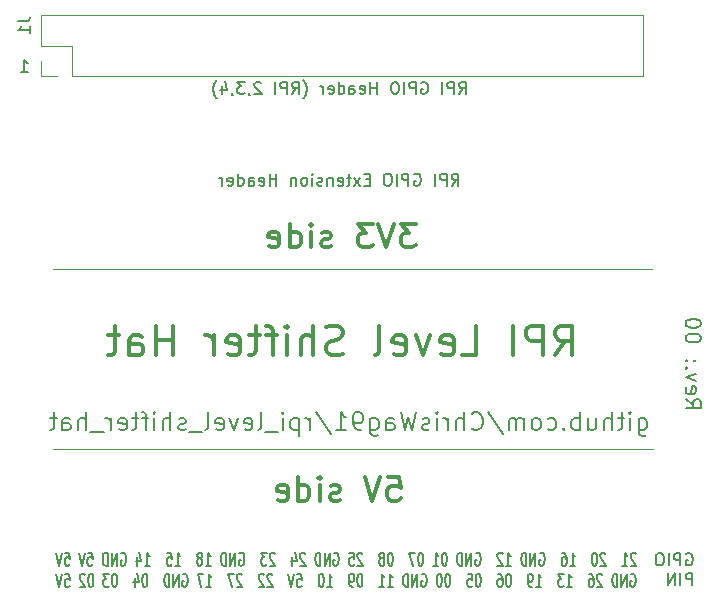
<source format=gbr>
G04 #@! TF.GenerationSoftware,KiCad,Pcbnew,5.1.6*
G04 #@! TF.CreationDate,2020-06-26T19:26:29+02:00*
G04 #@! TF.ProjectId,F010_rpi_logic_level_shifter_hat,46303130-5f72-4706-995f-6c6f6769635f,rev?*
G04 #@! TF.SameCoordinates,PXa52d280PY2b953a0*
G04 #@! TF.FileFunction,Legend,Bot*
G04 #@! TF.FilePolarity,Positive*
%FSLAX46Y46*%
G04 Gerber Fmt 4.6, Leading zero omitted, Abs format (unit mm)*
G04 Created by KiCad (PCBNEW 5.1.6) date 2020-06-26 19:26:29*
%MOMM*%
%LPD*%
G01*
G04 APERTURE LIST*
%ADD10C,0.150000*%
%ADD11C,0.300000*%
%ADD12C,0.120000*%
G04 APERTURE END LIST*
D10*
X-19155953Y-4602380D02*
X-18822620Y-4126190D01*
X-18584524Y-4602380D02*
X-18584524Y-3602380D01*
X-18965477Y-3602380D01*
X-19060715Y-3650000D01*
X-19108334Y-3697619D01*
X-19155953Y-3792857D01*
X-19155953Y-3935714D01*
X-19108334Y-4030952D01*
X-19060715Y-4078571D01*
X-18965477Y-4126190D01*
X-18584524Y-4126190D01*
X-19584524Y-4602380D02*
X-19584524Y-3602380D01*
X-19965477Y-3602380D01*
X-20060715Y-3650000D01*
X-20108334Y-3697619D01*
X-20155953Y-3792857D01*
X-20155953Y-3935714D01*
X-20108334Y-4030952D01*
X-20060715Y-4078571D01*
X-19965477Y-4126190D01*
X-19584524Y-4126190D01*
X-20584524Y-4602380D02*
X-20584524Y-3602380D01*
X-22346429Y-3650000D02*
X-22251191Y-3602380D01*
X-22108334Y-3602380D01*
X-21965477Y-3650000D01*
X-21870239Y-3745238D01*
X-21822620Y-3840476D01*
X-21775000Y-4030952D01*
X-21775000Y-4173809D01*
X-21822620Y-4364285D01*
X-21870239Y-4459523D01*
X-21965477Y-4554761D01*
X-22108334Y-4602380D01*
X-22203572Y-4602380D01*
X-22346429Y-4554761D01*
X-22394048Y-4507142D01*
X-22394048Y-4173809D01*
X-22203572Y-4173809D01*
X-22822620Y-4602380D02*
X-22822620Y-3602380D01*
X-23203572Y-3602380D01*
X-23298810Y-3650000D01*
X-23346429Y-3697619D01*
X-23394048Y-3792857D01*
X-23394048Y-3935714D01*
X-23346429Y-4030952D01*
X-23298810Y-4078571D01*
X-23203572Y-4126190D01*
X-22822620Y-4126190D01*
X-23822620Y-4602380D02*
X-23822620Y-3602380D01*
X-24489286Y-3602380D02*
X-24679762Y-3602380D01*
X-24775000Y-3650000D01*
X-24870239Y-3745238D01*
X-24917858Y-3935714D01*
X-24917858Y-4269047D01*
X-24870239Y-4459523D01*
X-24775000Y-4554761D01*
X-24679762Y-4602380D01*
X-24489286Y-4602380D01*
X-24394048Y-4554761D01*
X-24298810Y-4459523D01*
X-24251191Y-4269047D01*
X-24251191Y-3935714D01*
X-24298810Y-3745238D01*
X-24394048Y-3650000D01*
X-24489286Y-3602380D01*
X-26108334Y-4602380D02*
X-26108334Y-3602380D01*
X-26108334Y-4078571D02*
X-26679762Y-4078571D01*
X-26679762Y-4602380D02*
X-26679762Y-3602380D01*
X-27536905Y-4554761D02*
X-27441667Y-4602380D01*
X-27251191Y-4602380D01*
X-27155953Y-4554761D01*
X-27108334Y-4459523D01*
X-27108334Y-4078571D01*
X-27155953Y-3983333D01*
X-27251191Y-3935714D01*
X-27441667Y-3935714D01*
X-27536905Y-3983333D01*
X-27584524Y-4078571D01*
X-27584524Y-4173809D01*
X-27108334Y-4269047D01*
X-28441667Y-4602380D02*
X-28441667Y-4078571D01*
X-28394048Y-3983333D01*
X-28298810Y-3935714D01*
X-28108334Y-3935714D01*
X-28013096Y-3983333D01*
X-28441667Y-4554761D02*
X-28346429Y-4602380D01*
X-28108334Y-4602380D01*
X-28013096Y-4554761D01*
X-27965477Y-4459523D01*
X-27965477Y-4364285D01*
X-28013096Y-4269047D01*
X-28108334Y-4221428D01*
X-28346429Y-4221428D01*
X-28441667Y-4173809D01*
X-29346429Y-4602380D02*
X-29346429Y-3602380D01*
X-29346429Y-4554761D02*
X-29251191Y-4602380D01*
X-29060715Y-4602380D01*
X-28965477Y-4554761D01*
X-28917858Y-4507142D01*
X-28870239Y-4411904D01*
X-28870239Y-4126190D01*
X-28917858Y-4030952D01*
X-28965477Y-3983333D01*
X-29060715Y-3935714D01*
X-29251191Y-3935714D01*
X-29346429Y-3983333D01*
X-30203572Y-4554761D02*
X-30108334Y-4602380D01*
X-29917858Y-4602380D01*
X-29822620Y-4554761D01*
X-29775000Y-4459523D01*
X-29775000Y-4078571D01*
X-29822620Y-3983333D01*
X-29917858Y-3935714D01*
X-30108334Y-3935714D01*
X-30203572Y-3983333D01*
X-30251191Y-4078571D01*
X-30251191Y-4173809D01*
X-29775000Y-4269047D01*
X-30679762Y-4602380D02*
X-30679762Y-3935714D01*
X-30679762Y-4126190D02*
X-30727381Y-4030952D01*
X-30775000Y-3983333D01*
X-30870239Y-3935714D01*
X-30965477Y-3935714D01*
X-32346429Y-4983333D02*
X-32298810Y-4935714D01*
X-32203572Y-4792857D01*
X-32155953Y-4697619D01*
X-32108334Y-4554761D01*
X-32060715Y-4316666D01*
X-32060715Y-4126190D01*
X-32108334Y-3888095D01*
X-32155953Y-3745238D01*
X-32203572Y-3650000D01*
X-32298810Y-3507142D01*
X-32346429Y-3459523D01*
X-33298810Y-4602380D02*
X-32965477Y-4126190D01*
X-32727381Y-4602380D02*
X-32727381Y-3602380D01*
X-33108334Y-3602380D01*
X-33203572Y-3650000D01*
X-33251191Y-3697619D01*
X-33298810Y-3792857D01*
X-33298810Y-3935714D01*
X-33251191Y-4030952D01*
X-33203572Y-4078571D01*
X-33108334Y-4126190D01*
X-32727381Y-4126190D01*
X-33727381Y-4602380D02*
X-33727381Y-3602380D01*
X-34108334Y-3602380D01*
X-34203572Y-3650000D01*
X-34251191Y-3697619D01*
X-34298810Y-3792857D01*
X-34298810Y-3935714D01*
X-34251191Y-4030952D01*
X-34203572Y-4078571D01*
X-34108334Y-4126190D01*
X-33727381Y-4126190D01*
X-34727381Y-4602380D02*
X-34727381Y-3602380D01*
X-35917858Y-3697619D02*
X-35965477Y-3650000D01*
X-36060715Y-3602380D01*
X-36298810Y-3602380D01*
X-36394048Y-3650000D01*
X-36441667Y-3697619D01*
X-36489286Y-3792857D01*
X-36489286Y-3888095D01*
X-36441667Y-4030952D01*
X-35870239Y-4602380D01*
X-36489286Y-4602380D01*
X-36965477Y-4554761D02*
X-36965477Y-4602380D01*
X-36917858Y-4697619D01*
X-36870239Y-4745238D01*
X-37298810Y-3602380D02*
X-37917858Y-3602380D01*
X-37584524Y-3983333D01*
X-37727381Y-3983333D01*
X-37822620Y-4030952D01*
X-37870239Y-4078571D01*
X-37917858Y-4173809D01*
X-37917858Y-4411904D01*
X-37870239Y-4507142D01*
X-37822620Y-4554761D01*
X-37727381Y-4602380D01*
X-37441667Y-4602380D01*
X-37346429Y-4554761D01*
X-37298810Y-4507142D01*
X-38394048Y-4554761D02*
X-38394048Y-4602380D01*
X-38346429Y-4697619D01*
X-38298810Y-4745238D01*
X-39251191Y-3935714D02*
X-39251191Y-4602380D01*
X-39013096Y-3554761D02*
X-38775000Y-4269047D01*
X-39394048Y-4269047D01*
X-39679762Y-4983333D02*
X-39727381Y-4935714D01*
X-39822620Y-4792857D01*
X-39870239Y-4697619D01*
X-39917858Y-4554761D01*
X-39965477Y-4316666D01*
X-39965477Y-4126190D01*
X-39917858Y-3888095D01*
X-39870239Y-3745238D01*
X-39822620Y-3650000D01*
X-39727381Y-3507142D01*
X-39679762Y-3459523D01*
X-3950000Y-32078571D02*
X-3950000Y-33292857D01*
X-3878572Y-33435714D01*
X-3807143Y-33507142D01*
X-3664286Y-33578571D01*
X-3450000Y-33578571D01*
X-3307143Y-33507142D01*
X-3950000Y-33007142D02*
X-3807143Y-33078571D01*
X-3521429Y-33078571D01*
X-3378572Y-33007142D01*
X-3307143Y-32935714D01*
X-3235715Y-32792857D01*
X-3235715Y-32364285D01*
X-3307143Y-32221428D01*
X-3378572Y-32150000D01*
X-3521429Y-32078571D01*
X-3807143Y-32078571D01*
X-3950000Y-32150000D01*
X-4664286Y-33078571D02*
X-4664286Y-32078571D01*
X-4664286Y-31578571D02*
X-4592858Y-31650000D01*
X-4664286Y-31721428D01*
X-4735715Y-31650000D01*
X-4664286Y-31578571D01*
X-4664286Y-31721428D01*
X-5164286Y-32078571D02*
X-5735715Y-32078571D01*
X-5378572Y-31578571D02*
X-5378572Y-32864285D01*
X-5450000Y-33007142D01*
X-5592858Y-33078571D01*
X-5735715Y-33078571D01*
X-6235715Y-33078571D02*
X-6235715Y-31578571D01*
X-6878572Y-33078571D02*
X-6878572Y-32292857D01*
X-6807143Y-32150000D01*
X-6664286Y-32078571D01*
X-6450000Y-32078571D01*
X-6307143Y-32150000D01*
X-6235715Y-32221428D01*
X-8235715Y-32078571D02*
X-8235715Y-33078571D01*
X-7592858Y-32078571D02*
X-7592858Y-32864285D01*
X-7664286Y-33007142D01*
X-7807143Y-33078571D01*
X-8021429Y-33078571D01*
X-8164286Y-33007142D01*
X-8235715Y-32935714D01*
X-8950000Y-33078571D02*
X-8950000Y-31578571D01*
X-8950000Y-32150000D02*
X-9092858Y-32078571D01*
X-9378572Y-32078571D01*
X-9521429Y-32150000D01*
X-9592858Y-32221428D01*
X-9664286Y-32364285D01*
X-9664286Y-32792857D01*
X-9592858Y-32935714D01*
X-9521429Y-33007142D01*
X-9378572Y-33078571D01*
X-9092858Y-33078571D01*
X-8950000Y-33007142D01*
X-10307143Y-32935714D02*
X-10378572Y-33007142D01*
X-10307143Y-33078571D01*
X-10235715Y-33007142D01*
X-10307143Y-32935714D01*
X-10307143Y-33078571D01*
X-11664286Y-33007142D02*
X-11521429Y-33078571D01*
X-11235715Y-33078571D01*
X-11092858Y-33007142D01*
X-11021429Y-32935714D01*
X-10950000Y-32792857D01*
X-10950000Y-32364285D01*
X-11021429Y-32221428D01*
X-11092858Y-32150000D01*
X-11235715Y-32078571D01*
X-11521429Y-32078571D01*
X-11664286Y-32150000D01*
X-12521429Y-33078571D02*
X-12378572Y-33007142D01*
X-12307143Y-32935714D01*
X-12235715Y-32792857D01*
X-12235715Y-32364285D01*
X-12307143Y-32221428D01*
X-12378572Y-32150000D01*
X-12521429Y-32078571D01*
X-12735715Y-32078571D01*
X-12878572Y-32150000D01*
X-12950000Y-32221428D01*
X-13021429Y-32364285D01*
X-13021429Y-32792857D01*
X-12950000Y-32935714D01*
X-12878572Y-33007142D01*
X-12735715Y-33078571D01*
X-12521429Y-33078571D01*
X-13664286Y-33078571D02*
X-13664286Y-32078571D01*
X-13664286Y-32221428D02*
X-13735715Y-32150000D01*
X-13878572Y-32078571D01*
X-14092858Y-32078571D01*
X-14235715Y-32150000D01*
X-14307143Y-32292857D01*
X-14307143Y-33078571D01*
X-14307143Y-32292857D02*
X-14378572Y-32150000D01*
X-14521429Y-32078571D01*
X-14735715Y-32078571D01*
X-14878572Y-32150000D01*
X-14950000Y-32292857D01*
X-14950000Y-33078571D01*
X-16735715Y-31507142D02*
X-15450000Y-33435714D01*
X-18092858Y-32935714D02*
X-18021429Y-33007142D01*
X-17807143Y-33078571D01*
X-17664286Y-33078571D01*
X-17450000Y-33007142D01*
X-17307143Y-32864285D01*
X-17235715Y-32721428D01*
X-17164286Y-32435714D01*
X-17164286Y-32221428D01*
X-17235715Y-31935714D01*
X-17307143Y-31792857D01*
X-17450000Y-31650000D01*
X-17664286Y-31578571D01*
X-17807143Y-31578571D01*
X-18021429Y-31650000D01*
X-18092858Y-31721428D01*
X-18735715Y-33078571D02*
X-18735715Y-31578571D01*
X-19378572Y-33078571D02*
X-19378572Y-32292857D01*
X-19307143Y-32150000D01*
X-19164286Y-32078571D01*
X-18950000Y-32078571D01*
X-18807143Y-32150000D01*
X-18735715Y-32221428D01*
X-20092858Y-33078571D02*
X-20092858Y-32078571D01*
X-20092858Y-32364285D02*
X-20164286Y-32221428D01*
X-20235715Y-32150000D01*
X-20378572Y-32078571D01*
X-20521429Y-32078571D01*
X-21021429Y-33078571D02*
X-21021429Y-32078571D01*
X-21021429Y-31578571D02*
X-20950000Y-31650000D01*
X-21021429Y-31721428D01*
X-21092858Y-31650000D01*
X-21021429Y-31578571D01*
X-21021429Y-31721428D01*
X-21664286Y-33007142D02*
X-21807143Y-33078571D01*
X-22092858Y-33078571D01*
X-22235715Y-33007142D01*
X-22307143Y-32864285D01*
X-22307143Y-32792857D01*
X-22235715Y-32650000D01*
X-22092858Y-32578571D01*
X-21878572Y-32578571D01*
X-21735715Y-32507142D01*
X-21664286Y-32364285D01*
X-21664286Y-32292857D01*
X-21735715Y-32150000D01*
X-21878572Y-32078571D01*
X-22092858Y-32078571D01*
X-22235715Y-32150000D01*
X-22807143Y-31578571D02*
X-23164286Y-33078571D01*
X-23450000Y-32007142D01*
X-23735715Y-33078571D01*
X-24092858Y-31578571D01*
X-25307143Y-33078571D02*
X-25307143Y-32292857D01*
X-25235715Y-32150000D01*
X-25092858Y-32078571D01*
X-24807143Y-32078571D01*
X-24664286Y-32150000D01*
X-25307143Y-33007142D02*
X-25164286Y-33078571D01*
X-24807143Y-33078571D01*
X-24664286Y-33007142D01*
X-24592858Y-32864285D01*
X-24592858Y-32721428D01*
X-24664286Y-32578571D01*
X-24807143Y-32507142D01*
X-25164286Y-32507142D01*
X-25307143Y-32435714D01*
X-26664286Y-32078571D02*
X-26664286Y-33292857D01*
X-26592858Y-33435714D01*
X-26521429Y-33507142D01*
X-26378572Y-33578571D01*
X-26164286Y-33578571D01*
X-26021429Y-33507142D01*
X-26664286Y-33007142D02*
X-26521429Y-33078571D01*
X-26235715Y-33078571D01*
X-26092858Y-33007142D01*
X-26021429Y-32935714D01*
X-25950000Y-32792857D01*
X-25950000Y-32364285D01*
X-26021429Y-32221428D01*
X-26092858Y-32150000D01*
X-26235715Y-32078571D01*
X-26521429Y-32078571D01*
X-26664286Y-32150000D01*
X-27450000Y-33078571D02*
X-27735715Y-33078571D01*
X-27878572Y-33007142D01*
X-27950000Y-32935714D01*
X-28092858Y-32721428D01*
X-28164286Y-32435714D01*
X-28164286Y-31864285D01*
X-28092858Y-31721428D01*
X-28021429Y-31650000D01*
X-27878572Y-31578571D01*
X-27592858Y-31578571D01*
X-27450000Y-31650000D01*
X-27378572Y-31721428D01*
X-27307143Y-31864285D01*
X-27307143Y-32221428D01*
X-27378572Y-32364285D01*
X-27450000Y-32435714D01*
X-27592858Y-32507142D01*
X-27878572Y-32507142D01*
X-28021429Y-32435714D01*
X-28092858Y-32364285D01*
X-28164286Y-32221428D01*
X-29592858Y-33078571D02*
X-28735715Y-33078571D01*
X-29164286Y-33078571D02*
X-29164286Y-31578571D01*
X-29021429Y-31792857D01*
X-28878572Y-31935714D01*
X-28735715Y-32007142D01*
X-31307143Y-31507142D02*
X-30021429Y-33435714D01*
X-31807143Y-33078571D02*
X-31807143Y-32078571D01*
X-31807143Y-32364285D02*
X-31878572Y-32221428D01*
X-31950000Y-32150000D01*
X-32092858Y-32078571D01*
X-32235715Y-32078571D01*
X-32735715Y-32078571D02*
X-32735715Y-33578571D01*
X-32735715Y-32150000D02*
X-32878572Y-32078571D01*
X-33164286Y-32078571D01*
X-33307143Y-32150000D01*
X-33378572Y-32221428D01*
X-33450000Y-32364285D01*
X-33450000Y-32792857D01*
X-33378572Y-32935714D01*
X-33307143Y-33007142D01*
X-33164286Y-33078571D01*
X-32878572Y-33078571D01*
X-32735715Y-33007142D01*
X-34092858Y-33078571D02*
X-34092858Y-32078571D01*
X-34092858Y-31578571D02*
X-34021429Y-31650000D01*
X-34092858Y-31721428D01*
X-34164286Y-31650000D01*
X-34092858Y-31578571D01*
X-34092858Y-31721428D01*
X-34450000Y-33221428D02*
X-35592858Y-33221428D01*
X-36164286Y-33078571D02*
X-36021429Y-33007142D01*
X-35950000Y-32864285D01*
X-35950000Y-31578571D01*
X-37307143Y-33007142D02*
X-37164286Y-33078571D01*
X-36878572Y-33078571D01*
X-36735715Y-33007142D01*
X-36664286Y-32864285D01*
X-36664286Y-32292857D01*
X-36735715Y-32150000D01*
X-36878572Y-32078571D01*
X-37164286Y-32078571D01*
X-37307143Y-32150000D01*
X-37378572Y-32292857D01*
X-37378572Y-32435714D01*
X-36664286Y-32578571D01*
X-37878572Y-32078571D02*
X-38235715Y-33078571D01*
X-38592858Y-32078571D01*
X-39735715Y-33007142D02*
X-39592858Y-33078571D01*
X-39307143Y-33078571D01*
X-39164286Y-33007142D01*
X-39092858Y-32864285D01*
X-39092858Y-32292857D01*
X-39164286Y-32150000D01*
X-39307143Y-32078571D01*
X-39592858Y-32078571D01*
X-39735715Y-32150000D01*
X-39807143Y-32292857D01*
X-39807143Y-32435714D01*
X-39092858Y-32578571D01*
X-40664286Y-33078571D02*
X-40521429Y-33007142D01*
X-40450001Y-32864285D01*
X-40450001Y-31578571D01*
X-40878572Y-33221428D02*
X-42021429Y-33221428D01*
X-42307143Y-33007142D02*
X-42450001Y-33078571D01*
X-42735715Y-33078571D01*
X-42878572Y-33007142D01*
X-42950001Y-32864285D01*
X-42950001Y-32792857D01*
X-42878572Y-32650000D01*
X-42735715Y-32578571D01*
X-42521429Y-32578571D01*
X-42378572Y-32507142D01*
X-42307143Y-32364285D01*
X-42307143Y-32292857D01*
X-42378572Y-32150000D01*
X-42521429Y-32078571D01*
X-42735715Y-32078571D01*
X-42878572Y-32150000D01*
X-43592858Y-33078571D02*
X-43592858Y-31578571D01*
X-44235715Y-33078571D02*
X-44235715Y-32292857D01*
X-44164286Y-32150000D01*
X-44021429Y-32078571D01*
X-43807143Y-32078571D01*
X-43664286Y-32150000D01*
X-43592858Y-32221428D01*
X-44950001Y-33078571D02*
X-44950001Y-32078571D01*
X-44950001Y-31578571D02*
X-44878572Y-31650000D01*
X-44950001Y-31721428D01*
X-45021429Y-31650000D01*
X-44950001Y-31578571D01*
X-44950001Y-31721428D01*
X-45450001Y-32078571D02*
X-46021429Y-32078571D01*
X-45664286Y-33078571D02*
X-45664286Y-31792857D01*
X-45735715Y-31650000D01*
X-45878572Y-31578571D01*
X-46021429Y-31578571D01*
X-46307143Y-32078571D02*
X-46878572Y-32078571D01*
X-46521429Y-31578571D02*
X-46521429Y-32864285D01*
X-46592858Y-33007142D01*
X-46735715Y-33078571D01*
X-46878572Y-33078571D01*
X-47950001Y-33007142D02*
X-47807143Y-33078571D01*
X-47521429Y-33078571D01*
X-47378572Y-33007142D01*
X-47307143Y-32864285D01*
X-47307143Y-32292857D01*
X-47378572Y-32150000D01*
X-47521429Y-32078571D01*
X-47807143Y-32078571D01*
X-47950001Y-32150000D01*
X-48021429Y-32292857D01*
X-48021429Y-32435714D01*
X-47307143Y-32578571D01*
X-48664286Y-33078571D02*
X-48664286Y-32078571D01*
X-48664286Y-32364285D02*
X-48735715Y-32221428D01*
X-48807143Y-32150000D01*
X-48950001Y-32078571D01*
X-49092858Y-32078571D01*
X-49235715Y-33221428D02*
X-50378572Y-33221428D01*
X-50735715Y-33078571D02*
X-50735715Y-31578571D01*
X-51378572Y-33078571D02*
X-51378572Y-32292857D01*
X-51307143Y-32150000D01*
X-51164286Y-32078571D01*
X-50950001Y-32078571D01*
X-50807143Y-32150000D01*
X-50735715Y-32221428D01*
X-52735715Y-33078571D02*
X-52735715Y-32292857D01*
X-52664286Y-32150000D01*
X-52521429Y-32078571D01*
X-52235715Y-32078571D01*
X-52092858Y-32150000D01*
X-52735715Y-33007142D02*
X-52592858Y-33078571D01*
X-52235715Y-33078571D01*
X-52092858Y-33007142D01*
X-52021429Y-32864285D01*
X-52021429Y-32721428D01*
X-52092858Y-32578571D01*
X-52235715Y-32507142D01*
X-52592858Y-32507142D01*
X-52735715Y-32435714D01*
X-53235715Y-32078571D02*
X-53807143Y-32078571D01*
X-53450001Y-31578571D02*
X-53450001Y-32864285D01*
X-53521429Y-33007142D01*
X-53664286Y-33078571D01*
X-53807143Y-33078571D01*
D11*
X-11014286Y-26730952D02*
X-10180953Y-25540476D01*
X-9585715Y-26730952D02*
X-9585715Y-24230952D01*
X-10538096Y-24230952D01*
X-10776191Y-24350000D01*
X-10895239Y-24469047D01*
X-11014286Y-24707142D01*
X-11014286Y-25064285D01*
X-10895239Y-25302380D01*
X-10776191Y-25421428D01*
X-10538096Y-25540476D01*
X-9585715Y-25540476D01*
X-12085715Y-26730952D02*
X-12085715Y-24230952D01*
X-13038096Y-24230952D01*
X-13276191Y-24350000D01*
X-13395239Y-24469047D01*
X-13514286Y-24707142D01*
X-13514286Y-25064285D01*
X-13395239Y-25302380D01*
X-13276191Y-25421428D01*
X-13038096Y-25540476D01*
X-12085715Y-25540476D01*
X-14585715Y-26730952D02*
X-14585715Y-24230952D01*
X-18871429Y-26730952D02*
X-17680953Y-26730952D01*
X-17680953Y-24230952D01*
X-20657143Y-26611904D02*
X-20419048Y-26730952D01*
X-19942858Y-26730952D01*
X-19704762Y-26611904D01*
X-19585715Y-26373809D01*
X-19585715Y-25421428D01*
X-19704762Y-25183333D01*
X-19942858Y-25064285D01*
X-20419048Y-25064285D01*
X-20657143Y-25183333D01*
X-20776191Y-25421428D01*
X-20776191Y-25659523D01*
X-19585715Y-25897619D01*
X-21609524Y-25064285D02*
X-22204762Y-26730952D01*
X-22800000Y-25064285D01*
X-24704762Y-26611904D02*
X-24466667Y-26730952D01*
X-23990477Y-26730952D01*
X-23752381Y-26611904D01*
X-23633334Y-26373809D01*
X-23633334Y-25421428D01*
X-23752381Y-25183333D01*
X-23990477Y-25064285D01*
X-24466667Y-25064285D01*
X-24704762Y-25183333D01*
X-24823810Y-25421428D01*
X-24823810Y-25659523D01*
X-23633334Y-25897619D01*
X-26252381Y-26730952D02*
X-26014286Y-26611904D01*
X-25895239Y-26373809D01*
X-25895239Y-24230952D01*
X-28990477Y-26611904D02*
X-29347620Y-26730952D01*
X-29942858Y-26730952D01*
X-30180953Y-26611904D01*
X-30300000Y-26492857D01*
X-30419048Y-26254761D01*
X-30419048Y-26016666D01*
X-30300000Y-25778571D01*
X-30180953Y-25659523D01*
X-29942858Y-25540476D01*
X-29466667Y-25421428D01*
X-29228572Y-25302380D01*
X-29109524Y-25183333D01*
X-28990477Y-24945238D01*
X-28990477Y-24707142D01*
X-29109524Y-24469047D01*
X-29228572Y-24350000D01*
X-29466667Y-24230952D01*
X-30061905Y-24230952D01*
X-30419048Y-24350000D01*
X-31490477Y-26730952D02*
X-31490477Y-24230952D01*
X-32561905Y-26730952D02*
X-32561905Y-25421428D01*
X-32442858Y-25183333D01*
X-32204762Y-25064285D01*
X-31847620Y-25064285D01*
X-31609524Y-25183333D01*
X-31490477Y-25302380D01*
X-33752381Y-26730952D02*
X-33752381Y-25064285D01*
X-33752381Y-24230952D02*
X-33633334Y-24350000D01*
X-33752381Y-24469047D01*
X-33871429Y-24350000D01*
X-33752381Y-24230952D01*
X-33752381Y-24469047D01*
X-34585715Y-25064285D02*
X-35538096Y-25064285D01*
X-34942858Y-26730952D02*
X-34942858Y-24588095D01*
X-35061905Y-24350000D01*
X-35300000Y-24230952D01*
X-35538096Y-24230952D01*
X-36014286Y-25064285D02*
X-36966667Y-25064285D01*
X-36371429Y-24230952D02*
X-36371429Y-26373809D01*
X-36490477Y-26611904D01*
X-36728572Y-26730952D01*
X-36966667Y-26730952D01*
X-38752381Y-26611904D02*
X-38514286Y-26730952D01*
X-38038096Y-26730952D01*
X-37800000Y-26611904D01*
X-37680953Y-26373809D01*
X-37680953Y-25421428D01*
X-37800000Y-25183333D01*
X-38038096Y-25064285D01*
X-38514286Y-25064285D01*
X-38752381Y-25183333D01*
X-38871429Y-25421428D01*
X-38871429Y-25659523D01*
X-37680953Y-25897619D01*
X-39942858Y-26730952D02*
X-39942858Y-25064285D01*
X-39942858Y-25540476D02*
X-40061905Y-25302380D01*
X-40180953Y-25183333D01*
X-40419048Y-25064285D01*
X-40657143Y-25064285D01*
X-43395239Y-26730952D02*
X-43395239Y-24230952D01*
X-43395239Y-25421428D02*
X-44823810Y-25421428D01*
X-44823810Y-26730952D02*
X-44823810Y-24230952D01*
X-47085715Y-26730952D02*
X-47085715Y-25421428D01*
X-46966667Y-25183333D01*
X-46728572Y-25064285D01*
X-46252381Y-25064285D01*
X-46014286Y-25183333D01*
X-47085715Y-26611904D02*
X-46847620Y-26730952D01*
X-46252381Y-26730952D01*
X-46014286Y-26611904D01*
X-45895239Y-26373809D01*
X-45895239Y-26135714D01*
X-46014286Y-25897619D01*
X-46252381Y-25778571D01*
X-46847620Y-25778571D01*
X-47085715Y-25659523D01*
X-47919048Y-25064285D02*
X-48871429Y-25064285D01*
X-48276191Y-24230952D02*
X-48276191Y-26373809D01*
X-48395239Y-26611904D01*
X-48633334Y-26730952D01*
X-48871429Y-26730952D01*
D12*
X-2725000Y-34675000D02*
X-53500000Y-34675000D01*
D11*
X-25159524Y-37054761D02*
X-24207143Y-37054761D01*
X-24111905Y-38007142D01*
X-24207143Y-37911904D01*
X-24397620Y-37816666D01*
X-24873810Y-37816666D01*
X-25064286Y-37911904D01*
X-25159524Y-38007142D01*
X-25254762Y-38197619D01*
X-25254762Y-38673809D01*
X-25159524Y-38864285D01*
X-25064286Y-38959523D01*
X-24873810Y-39054761D01*
X-24397620Y-39054761D01*
X-24207143Y-38959523D01*
X-24111905Y-38864285D01*
X-25826191Y-37054761D02*
X-26492858Y-39054761D01*
X-27159524Y-37054761D01*
X-29254762Y-38959523D02*
X-29445239Y-39054761D01*
X-29826191Y-39054761D01*
X-30016667Y-38959523D01*
X-30111905Y-38769047D01*
X-30111905Y-38673809D01*
X-30016667Y-38483333D01*
X-29826191Y-38388095D01*
X-29540477Y-38388095D01*
X-29350000Y-38292857D01*
X-29254762Y-38102380D01*
X-29254762Y-38007142D01*
X-29350000Y-37816666D01*
X-29540477Y-37721428D01*
X-29826191Y-37721428D01*
X-30016667Y-37816666D01*
X-30969048Y-39054761D02*
X-30969048Y-37721428D01*
X-30969048Y-37054761D02*
X-30873810Y-37150000D01*
X-30969048Y-37245238D01*
X-31064286Y-37150000D01*
X-30969048Y-37054761D01*
X-30969048Y-37245238D01*
X-32778572Y-39054761D02*
X-32778572Y-37054761D01*
X-32778572Y-38959523D02*
X-32588096Y-39054761D01*
X-32207143Y-39054761D01*
X-32016667Y-38959523D01*
X-31921429Y-38864285D01*
X-31826191Y-38673809D01*
X-31826191Y-38102380D01*
X-31921429Y-37911904D01*
X-32016667Y-37816666D01*
X-32207143Y-37721428D01*
X-32588096Y-37721428D01*
X-32778572Y-37816666D01*
X-34492858Y-38959523D02*
X-34302381Y-39054761D01*
X-33921429Y-39054761D01*
X-33730953Y-38959523D01*
X-33635715Y-38769047D01*
X-33635715Y-38007142D01*
X-33730953Y-37816666D01*
X-33921429Y-37721428D01*
X-34302381Y-37721428D01*
X-34492858Y-37816666D01*
X-34588096Y-38007142D01*
X-34588096Y-38197619D01*
X-33635715Y-38388095D01*
D12*
X-2800000Y-19400000D02*
X-53575000Y-19400000D01*
D10*
X-19775000Y-12377380D02*
X-19441667Y-11901190D01*
X-19203572Y-12377380D02*
X-19203572Y-11377380D01*
X-19584524Y-11377380D01*
X-19679762Y-11425000D01*
X-19727381Y-11472619D01*
X-19775000Y-11567857D01*
X-19775000Y-11710714D01*
X-19727381Y-11805952D01*
X-19679762Y-11853571D01*
X-19584524Y-11901190D01*
X-19203572Y-11901190D01*
X-20203572Y-12377380D02*
X-20203572Y-11377380D01*
X-20584524Y-11377380D01*
X-20679762Y-11425000D01*
X-20727381Y-11472619D01*
X-20775000Y-11567857D01*
X-20775000Y-11710714D01*
X-20727381Y-11805952D01*
X-20679762Y-11853571D01*
X-20584524Y-11901190D01*
X-20203572Y-11901190D01*
X-21203572Y-12377380D02*
X-21203572Y-11377380D01*
X-22965477Y-11425000D02*
X-22870239Y-11377380D01*
X-22727381Y-11377380D01*
X-22584524Y-11425000D01*
X-22489286Y-11520238D01*
X-22441667Y-11615476D01*
X-22394048Y-11805952D01*
X-22394048Y-11948809D01*
X-22441667Y-12139285D01*
X-22489286Y-12234523D01*
X-22584524Y-12329761D01*
X-22727381Y-12377380D01*
X-22822620Y-12377380D01*
X-22965477Y-12329761D01*
X-23013096Y-12282142D01*
X-23013096Y-11948809D01*
X-22822620Y-11948809D01*
X-23441667Y-12377380D02*
X-23441667Y-11377380D01*
X-23822620Y-11377380D01*
X-23917858Y-11425000D01*
X-23965477Y-11472619D01*
X-24013096Y-11567857D01*
X-24013096Y-11710714D01*
X-23965477Y-11805952D01*
X-23917858Y-11853571D01*
X-23822620Y-11901190D01*
X-23441667Y-11901190D01*
X-24441667Y-12377380D02*
X-24441667Y-11377380D01*
X-25108334Y-11377380D02*
X-25298810Y-11377380D01*
X-25394048Y-11425000D01*
X-25489286Y-11520238D01*
X-25536905Y-11710714D01*
X-25536905Y-12044047D01*
X-25489286Y-12234523D01*
X-25394048Y-12329761D01*
X-25298810Y-12377380D01*
X-25108334Y-12377380D01*
X-25013096Y-12329761D01*
X-24917858Y-12234523D01*
X-24870239Y-12044047D01*
X-24870239Y-11710714D01*
X-24917858Y-11520238D01*
X-25013096Y-11425000D01*
X-25108334Y-11377380D01*
X-26727381Y-11853571D02*
X-27060715Y-11853571D01*
X-27203572Y-12377380D02*
X-26727381Y-12377380D01*
X-26727381Y-11377380D01*
X-27203572Y-11377380D01*
X-27536905Y-12377380D02*
X-28060715Y-11710714D01*
X-27536905Y-11710714D02*
X-28060715Y-12377380D01*
X-28298810Y-11710714D02*
X-28679762Y-11710714D01*
X-28441667Y-11377380D02*
X-28441667Y-12234523D01*
X-28489286Y-12329761D01*
X-28584524Y-12377380D01*
X-28679762Y-12377380D01*
X-29394048Y-12329761D02*
X-29298810Y-12377380D01*
X-29108334Y-12377380D01*
X-29013096Y-12329761D01*
X-28965477Y-12234523D01*
X-28965477Y-11853571D01*
X-29013096Y-11758333D01*
X-29108334Y-11710714D01*
X-29298810Y-11710714D01*
X-29394048Y-11758333D01*
X-29441667Y-11853571D01*
X-29441667Y-11948809D01*
X-28965477Y-12044047D01*
X-29870239Y-11710714D02*
X-29870239Y-12377380D01*
X-29870239Y-11805952D02*
X-29917858Y-11758333D01*
X-30013096Y-11710714D01*
X-30155953Y-11710714D01*
X-30251191Y-11758333D01*
X-30298810Y-11853571D01*
X-30298810Y-12377380D01*
X-30727381Y-12329761D02*
X-30822620Y-12377380D01*
X-31013096Y-12377380D01*
X-31108334Y-12329761D01*
X-31155953Y-12234523D01*
X-31155953Y-12186904D01*
X-31108334Y-12091666D01*
X-31013096Y-12044047D01*
X-30870239Y-12044047D01*
X-30775000Y-11996428D01*
X-30727381Y-11901190D01*
X-30727381Y-11853571D01*
X-30775000Y-11758333D01*
X-30870239Y-11710714D01*
X-31013096Y-11710714D01*
X-31108334Y-11758333D01*
X-31584524Y-12377380D02*
X-31584524Y-11710714D01*
X-31584524Y-11377380D02*
X-31536905Y-11425000D01*
X-31584524Y-11472619D01*
X-31632143Y-11425000D01*
X-31584524Y-11377380D01*
X-31584524Y-11472619D01*
X-32203572Y-12377380D02*
X-32108334Y-12329761D01*
X-32060715Y-12282142D01*
X-32013096Y-12186904D01*
X-32013096Y-11901190D01*
X-32060715Y-11805952D01*
X-32108334Y-11758333D01*
X-32203572Y-11710714D01*
X-32346429Y-11710714D01*
X-32441667Y-11758333D01*
X-32489286Y-11805952D01*
X-32536905Y-11901190D01*
X-32536905Y-12186904D01*
X-32489286Y-12282142D01*
X-32441667Y-12329761D01*
X-32346429Y-12377380D01*
X-32203572Y-12377380D01*
X-32965477Y-11710714D02*
X-32965477Y-12377380D01*
X-32965477Y-11805952D02*
X-33013096Y-11758333D01*
X-33108334Y-11710714D01*
X-33251191Y-11710714D01*
X-33346429Y-11758333D01*
X-33394048Y-11853571D01*
X-33394048Y-12377380D01*
X-34632143Y-12377380D02*
X-34632143Y-11377380D01*
X-34632143Y-11853571D02*
X-35203572Y-11853571D01*
X-35203572Y-12377380D02*
X-35203572Y-11377380D01*
X-36060715Y-12329761D02*
X-35965477Y-12377380D01*
X-35775000Y-12377380D01*
X-35679762Y-12329761D01*
X-35632143Y-12234523D01*
X-35632143Y-11853571D01*
X-35679762Y-11758333D01*
X-35775000Y-11710714D01*
X-35965477Y-11710714D01*
X-36060715Y-11758333D01*
X-36108334Y-11853571D01*
X-36108334Y-11948809D01*
X-35632143Y-12044047D01*
X-36965477Y-12377380D02*
X-36965477Y-11853571D01*
X-36917858Y-11758333D01*
X-36822620Y-11710714D01*
X-36632143Y-11710714D01*
X-36536905Y-11758333D01*
X-36965477Y-12329761D02*
X-36870239Y-12377380D01*
X-36632143Y-12377380D01*
X-36536905Y-12329761D01*
X-36489286Y-12234523D01*
X-36489286Y-12139285D01*
X-36536905Y-12044047D01*
X-36632143Y-11996428D01*
X-36870239Y-11996428D01*
X-36965477Y-11948809D01*
X-37870239Y-12377380D02*
X-37870239Y-11377380D01*
X-37870239Y-12329761D02*
X-37775000Y-12377380D01*
X-37584524Y-12377380D01*
X-37489286Y-12329761D01*
X-37441667Y-12282142D01*
X-37394048Y-12186904D01*
X-37394048Y-11901190D01*
X-37441667Y-11805952D01*
X-37489286Y-11758333D01*
X-37584524Y-11710714D01*
X-37775000Y-11710714D01*
X-37870239Y-11758333D01*
X-38727381Y-12329761D02*
X-38632143Y-12377380D01*
X-38441667Y-12377380D01*
X-38346429Y-12329761D01*
X-38298810Y-12234523D01*
X-38298810Y-11853571D01*
X-38346429Y-11758333D01*
X-38441667Y-11710714D01*
X-38632143Y-11710714D01*
X-38727381Y-11758333D01*
X-38775000Y-11853571D01*
X-38775000Y-11948809D01*
X-38298810Y-12044047D01*
X-39203572Y-12377380D02*
X-39203572Y-11710714D01*
X-39203572Y-11901190D02*
X-39251191Y-11805952D01*
X-39298810Y-11758333D01*
X-39394048Y-11710714D01*
X-39489286Y-11710714D01*
D11*
X-22839286Y-15604761D02*
X-24077381Y-15604761D01*
X-23410715Y-16366666D01*
X-23696429Y-16366666D01*
X-23886905Y-16461904D01*
X-23982143Y-16557142D01*
X-24077381Y-16747619D01*
X-24077381Y-17223809D01*
X-23982143Y-17414285D01*
X-23886905Y-17509523D01*
X-23696429Y-17604761D01*
X-23125000Y-17604761D01*
X-22934524Y-17509523D01*
X-22839286Y-17414285D01*
X-24648810Y-15604761D02*
X-25315477Y-17604761D01*
X-25982143Y-15604761D01*
X-26458334Y-15604761D02*
X-27696429Y-15604761D01*
X-27029762Y-16366666D01*
X-27315477Y-16366666D01*
X-27505953Y-16461904D01*
X-27601191Y-16557142D01*
X-27696429Y-16747619D01*
X-27696429Y-17223809D01*
X-27601191Y-17414285D01*
X-27505953Y-17509523D01*
X-27315477Y-17604761D01*
X-26744048Y-17604761D01*
X-26553572Y-17509523D01*
X-26458334Y-17414285D01*
X-29982143Y-17509523D02*
X-30172620Y-17604761D01*
X-30553572Y-17604761D01*
X-30744048Y-17509523D01*
X-30839286Y-17319047D01*
X-30839286Y-17223809D01*
X-30744048Y-17033333D01*
X-30553572Y-16938095D01*
X-30267858Y-16938095D01*
X-30077381Y-16842857D01*
X-29982143Y-16652380D01*
X-29982143Y-16557142D01*
X-30077381Y-16366666D01*
X-30267858Y-16271428D01*
X-30553572Y-16271428D01*
X-30744048Y-16366666D01*
X-31696429Y-17604761D02*
X-31696429Y-16271428D01*
X-31696429Y-15604761D02*
X-31601191Y-15700000D01*
X-31696429Y-15795238D01*
X-31791667Y-15700000D01*
X-31696429Y-15604761D01*
X-31696429Y-15795238D01*
X-33505953Y-17604761D02*
X-33505953Y-15604761D01*
X-33505953Y-17509523D02*
X-33315477Y-17604761D01*
X-32934524Y-17604761D01*
X-32744048Y-17509523D01*
X-32648810Y-17414285D01*
X-32553572Y-17223809D01*
X-32553572Y-16652380D01*
X-32648810Y-16461904D01*
X-32744048Y-16366666D01*
X-32934524Y-16271428D01*
X-33315477Y-16271428D01*
X-33505953Y-16366666D01*
X-35220239Y-17509523D02*
X-35029762Y-17604761D01*
X-34648810Y-17604761D01*
X-34458334Y-17509523D01*
X-34363096Y-17319047D01*
X-34363096Y-16557142D01*
X-34458334Y-16366666D01*
X-34648810Y-16271428D01*
X-35029762Y-16271428D01*
X-35220239Y-16366666D01*
X-35315477Y-16557142D01*
X-35315477Y-16747619D01*
X-34363096Y-16938095D01*
D10*
X-4190358Y-43547380D02*
X-4226072Y-43495000D01*
X-4297500Y-43442619D01*
X-4476072Y-43442619D01*
X-4547500Y-43495000D01*
X-4583215Y-43547380D01*
X-4618929Y-43652142D01*
X-4618929Y-43756904D01*
X-4583215Y-43914047D01*
X-4154643Y-44542619D01*
X-4618929Y-44542619D01*
X-5333215Y-44542619D02*
X-4904643Y-44542619D01*
X-5118929Y-44542619D02*
X-5118929Y-43442619D01*
X-5047500Y-43599761D01*
X-4976072Y-43704523D01*
X-4904643Y-43756904D01*
X-6761786Y-43547380D02*
X-6797500Y-43495000D01*
X-6868929Y-43442619D01*
X-7047500Y-43442619D01*
X-7118929Y-43495000D01*
X-7154643Y-43547380D01*
X-7190358Y-43652142D01*
X-7190358Y-43756904D01*
X-7154643Y-43914047D01*
X-6726072Y-44542619D01*
X-7190358Y-44542619D01*
X-7654643Y-43442619D02*
X-7726072Y-43442619D01*
X-7797500Y-43495000D01*
X-7833215Y-43547380D01*
X-7868929Y-43652142D01*
X-7904643Y-43861666D01*
X-7904643Y-44123571D01*
X-7868929Y-44333095D01*
X-7833215Y-44437857D01*
X-7797500Y-44490238D01*
X-7726072Y-44542619D01*
X-7654643Y-44542619D01*
X-7583215Y-44490238D01*
X-7547500Y-44437857D01*
X-7511786Y-44333095D01*
X-7476072Y-44123571D01*
X-7476072Y-43861666D01*
X-7511786Y-43652142D01*
X-7547500Y-43547380D01*
X-7583215Y-43495000D01*
X-7654643Y-43442619D01*
X-9761786Y-44542619D02*
X-9333215Y-44542619D01*
X-9547501Y-44542619D02*
X-9547501Y-43442619D01*
X-9476072Y-43599761D01*
X-9404643Y-43704523D01*
X-9333215Y-43756904D01*
X-10404643Y-43442619D02*
X-10261786Y-43442619D01*
X-10190358Y-43495000D01*
X-10154643Y-43547380D01*
X-10083215Y-43704523D01*
X-10047501Y-43914047D01*
X-10047501Y-44333095D01*
X-10083215Y-44437857D01*
X-10118929Y-44490238D01*
X-10190358Y-44542619D01*
X-10333215Y-44542619D01*
X-10404643Y-44490238D01*
X-10440358Y-44437857D01*
X-10476072Y-44333095D01*
X-10476072Y-44071190D01*
X-10440358Y-43966428D01*
X-10404643Y-43914047D01*
X-10333215Y-43861666D01*
X-10190358Y-43861666D01*
X-10118929Y-43914047D01*
X-10083215Y-43966428D01*
X-10047501Y-44071190D01*
X-12333215Y-43495000D02*
X-12261786Y-43442619D01*
X-12154643Y-43442619D01*
X-12047501Y-43495000D01*
X-11976072Y-43599761D01*
X-11940358Y-43704523D01*
X-11904643Y-43914047D01*
X-11904643Y-44071190D01*
X-11940358Y-44280714D01*
X-11976072Y-44385476D01*
X-12047501Y-44490238D01*
X-12154643Y-44542619D01*
X-12226072Y-44542619D01*
X-12333215Y-44490238D01*
X-12368929Y-44437857D01*
X-12368929Y-44071190D01*
X-12226072Y-44071190D01*
X-12690358Y-44542619D02*
X-12690358Y-43442619D01*
X-13118929Y-44542619D01*
X-13118929Y-43442619D01*
X-13476072Y-44542619D02*
X-13476072Y-43442619D01*
X-13654643Y-43442619D01*
X-13761786Y-43495000D01*
X-13833215Y-43599761D01*
X-13868929Y-43704523D01*
X-13904643Y-43914047D01*
X-13904643Y-44071190D01*
X-13868929Y-44280714D01*
X-13833215Y-44385476D01*
X-13761786Y-44490238D01*
X-13654643Y-44542619D01*
X-13476072Y-44542619D01*
X-15190358Y-44542619D02*
X-14761786Y-44542619D01*
X-14976072Y-44542619D02*
X-14976072Y-43442619D01*
X-14904643Y-43599761D01*
X-14833215Y-43704523D01*
X-14761786Y-43756904D01*
X-15476072Y-43547380D02*
X-15511786Y-43495000D01*
X-15583215Y-43442619D01*
X-15761786Y-43442619D01*
X-15833215Y-43495000D01*
X-15868929Y-43547380D01*
X-15904643Y-43652142D01*
X-15904643Y-43756904D01*
X-15868929Y-43914047D01*
X-15440358Y-44542619D01*
X-15904643Y-44542619D01*
X-17761786Y-43495000D02*
X-17690358Y-43442619D01*
X-17583215Y-43442619D01*
X-17476072Y-43495000D01*
X-17404643Y-43599761D01*
X-17368929Y-43704523D01*
X-17333215Y-43914047D01*
X-17333215Y-44071190D01*
X-17368929Y-44280714D01*
X-17404643Y-44385476D01*
X-17476072Y-44490238D01*
X-17583215Y-44542619D01*
X-17654643Y-44542619D01*
X-17761786Y-44490238D01*
X-17797501Y-44437857D01*
X-17797501Y-44071190D01*
X-17654643Y-44071190D01*
X-18118929Y-44542619D02*
X-18118929Y-43442619D01*
X-18547501Y-44542619D01*
X-18547501Y-43442619D01*
X-18904643Y-44542619D02*
X-18904643Y-43442619D01*
X-19083215Y-43442619D01*
X-19190358Y-43495000D01*
X-19261786Y-43599761D01*
X-19297501Y-43704523D01*
X-19333215Y-43914047D01*
X-19333215Y-44071190D01*
X-19297501Y-44280714D01*
X-19261786Y-44385476D01*
X-19190358Y-44490238D01*
X-19083215Y-44542619D01*
X-18904643Y-44542619D01*
X-20368929Y-43442619D02*
X-20440358Y-43442619D01*
X-20511786Y-43495000D01*
X-20547501Y-43547380D01*
X-20583215Y-43652142D01*
X-20618929Y-43861666D01*
X-20618929Y-44123571D01*
X-20583215Y-44333095D01*
X-20547501Y-44437857D01*
X-20511786Y-44490238D01*
X-20440358Y-44542619D01*
X-20368929Y-44542619D01*
X-20297501Y-44490238D01*
X-20261786Y-44437857D01*
X-20226072Y-44333095D01*
X-20190358Y-44123571D01*
X-20190358Y-43861666D01*
X-20226072Y-43652142D01*
X-20261786Y-43547380D01*
X-20297501Y-43495000D01*
X-20368929Y-43442619D01*
X-21333215Y-44542619D02*
X-20904643Y-44542619D01*
X-21118929Y-44542619D02*
X-21118929Y-43442619D01*
X-21047501Y-43599761D01*
X-20976072Y-43704523D01*
X-20904643Y-43756904D01*
X-22368929Y-43442619D02*
X-22440358Y-43442619D01*
X-22511786Y-43495000D01*
X-22547501Y-43547380D01*
X-22583215Y-43652142D01*
X-22618929Y-43861666D01*
X-22618929Y-44123571D01*
X-22583215Y-44333095D01*
X-22547501Y-44437857D01*
X-22511786Y-44490238D01*
X-22440358Y-44542619D01*
X-22368929Y-44542619D01*
X-22297501Y-44490238D01*
X-22261786Y-44437857D01*
X-22226072Y-44333095D01*
X-22190358Y-44123571D01*
X-22190358Y-43861666D01*
X-22226072Y-43652142D01*
X-22261786Y-43547380D01*
X-22297501Y-43495000D01*
X-22368929Y-43442619D01*
X-22868929Y-43442619D02*
X-23368929Y-43442619D01*
X-23047501Y-44542619D01*
X-24940358Y-43442619D02*
X-25011786Y-43442619D01*
X-25083215Y-43495000D01*
X-25118929Y-43547380D01*
X-25154643Y-43652142D01*
X-25190358Y-43861666D01*
X-25190358Y-44123571D01*
X-25154643Y-44333095D01*
X-25118929Y-44437857D01*
X-25083215Y-44490238D01*
X-25011786Y-44542619D01*
X-24940358Y-44542619D01*
X-24868929Y-44490238D01*
X-24833215Y-44437857D01*
X-24797501Y-44333095D01*
X-24761786Y-44123571D01*
X-24761786Y-43861666D01*
X-24797501Y-43652142D01*
X-24833215Y-43547380D01*
X-24868929Y-43495000D01*
X-24940358Y-43442619D01*
X-25618929Y-43914047D02*
X-25547501Y-43861666D01*
X-25511786Y-43809285D01*
X-25476072Y-43704523D01*
X-25476072Y-43652142D01*
X-25511786Y-43547380D01*
X-25547501Y-43495000D01*
X-25618929Y-43442619D01*
X-25761786Y-43442619D01*
X-25833215Y-43495000D01*
X-25868929Y-43547380D01*
X-25904643Y-43652142D01*
X-25904643Y-43704523D01*
X-25868929Y-43809285D01*
X-25833215Y-43861666D01*
X-25761786Y-43914047D01*
X-25618929Y-43914047D01*
X-25547501Y-43966428D01*
X-25511786Y-44018809D01*
X-25476072Y-44123571D01*
X-25476072Y-44333095D01*
X-25511786Y-44437857D01*
X-25547501Y-44490238D01*
X-25618929Y-44542619D01*
X-25761786Y-44542619D01*
X-25833215Y-44490238D01*
X-25868929Y-44437857D01*
X-25904643Y-44333095D01*
X-25904643Y-44123571D01*
X-25868929Y-44018809D01*
X-25833215Y-43966428D01*
X-25761786Y-43914047D01*
X-27333215Y-43547380D02*
X-27368929Y-43495000D01*
X-27440358Y-43442619D01*
X-27618929Y-43442619D01*
X-27690358Y-43495000D01*
X-27726072Y-43547380D01*
X-27761786Y-43652142D01*
X-27761786Y-43756904D01*
X-27726072Y-43914047D01*
X-27297501Y-44542619D01*
X-27761786Y-44542619D01*
X-28440358Y-43442619D02*
X-28083215Y-43442619D01*
X-28047501Y-43966428D01*
X-28083215Y-43914047D01*
X-28154643Y-43861666D01*
X-28333215Y-43861666D01*
X-28404643Y-43914047D01*
X-28440358Y-43966428D01*
X-28476072Y-44071190D01*
X-28476072Y-44333095D01*
X-28440358Y-44437857D01*
X-28404643Y-44490238D01*
X-28333215Y-44542619D01*
X-28154643Y-44542619D01*
X-28083215Y-44490238D01*
X-28047501Y-44437857D01*
X-29761786Y-43495000D02*
X-29690358Y-43442619D01*
X-29583215Y-43442619D01*
X-29476072Y-43495000D01*
X-29404643Y-43599761D01*
X-29368929Y-43704523D01*
X-29333215Y-43914047D01*
X-29333215Y-44071190D01*
X-29368929Y-44280714D01*
X-29404643Y-44385476D01*
X-29476072Y-44490238D01*
X-29583215Y-44542619D01*
X-29654643Y-44542619D01*
X-29761786Y-44490238D01*
X-29797501Y-44437857D01*
X-29797501Y-44071190D01*
X-29654643Y-44071190D01*
X-30118929Y-44542619D02*
X-30118929Y-43442619D01*
X-30547501Y-44542619D01*
X-30547501Y-43442619D01*
X-30904643Y-44542619D02*
X-30904643Y-43442619D01*
X-31083215Y-43442619D01*
X-31190358Y-43495000D01*
X-31261786Y-43599761D01*
X-31297501Y-43704523D01*
X-31333215Y-43914047D01*
X-31333215Y-44071190D01*
X-31297501Y-44280714D01*
X-31261786Y-44385476D01*
X-31190358Y-44490238D01*
X-31083215Y-44542619D01*
X-30904643Y-44542619D01*
X-32190358Y-43547380D02*
X-32226072Y-43495000D01*
X-32297501Y-43442619D01*
X-32476072Y-43442619D01*
X-32547501Y-43495000D01*
X-32583215Y-43547380D01*
X-32618929Y-43652142D01*
X-32618929Y-43756904D01*
X-32583215Y-43914047D01*
X-32154643Y-44542619D01*
X-32618929Y-44542619D01*
X-33261786Y-43809285D02*
X-33261786Y-44542619D01*
X-33083215Y-43390238D02*
X-32904643Y-44175952D01*
X-33368929Y-44175952D01*
X-34761786Y-43547380D02*
X-34797501Y-43495000D01*
X-34868929Y-43442619D01*
X-35047501Y-43442619D01*
X-35118929Y-43495000D01*
X-35154643Y-43547380D01*
X-35190358Y-43652142D01*
X-35190358Y-43756904D01*
X-35154643Y-43914047D01*
X-34726072Y-44542619D01*
X-35190358Y-44542619D01*
X-35440358Y-43442619D02*
X-35904643Y-43442619D01*
X-35654643Y-43861666D01*
X-35761786Y-43861666D01*
X-35833215Y-43914047D01*
X-35868929Y-43966428D01*
X-35904643Y-44071190D01*
X-35904643Y-44333095D01*
X-35868929Y-44437857D01*
X-35833215Y-44490238D01*
X-35761786Y-44542619D01*
X-35547501Y-44542619D01*
X-35476072Y-44490238D01*
X-35440358Y-44437857D01*
X-37761786Y-43495000D02*
X-37690358Y-43442619D01*
X-37583215Y-43442619D01*
X-37476072Y-43495000D01*
X-37404643Y-43599761D01*
X-37368929Y-43704523D01*
X-37333215Y-43914047D01*
X-37333215Y-44071190D01*
X-37368929Y-44280714D01*
X-37404643Y-44385476D01*
X-37476072Y-44490238D01*
X-37583215Y-44542619D01*
X-37654643Y-44542619D01*
X-37761786Y-44490238D01*
X-37797501Y-44437857D01*
X-37797501Y-44071190D01*
X-37654643Y-44071190D01*
X-38118929Y-44542619D02*
X-38118929Y-43442619D01*
X-38547501Y-44542619D01*
X-38547501Y-43442619D01*
X-38904643Y-44542619D02*
X-38904643Y-43442619D01*
X-39083215Y-43442619D01*
X-39190358Y-43495000D01*
X-39261786Y-43599761D01*
X-39297501Y-43704523D01*
X-39333215Y-43914047D01*
X-39333215Y-44071190D01*
X-39297501Y-44280714D01*
X-39261786Y-44385476D01*
X-39190358Y-44490238D01*
X-39083215Y-44542619D01*
X-38904643Y-44542619D01*
X-40618929Y-44542619D02*
X-40190358Y-44542619D01*
X-40404643Y-44542619D02*
X-40404643Y-43442619D01*
X-40333215Y-43599761D01*
X-40261786Y-43704523D01*
X-40190358Y-43756904D01*
X-41047501Y-43914047D02*
X-40976072Y-43861666D01*
X-40940358Y-43809285D01*
X-40904643Y-43704523D01*
X-40904643Y-43652142D01*
X-40940358Y-43547380D01*
X-40976072Y-43495000D01*
X-41047501Y-43442619D01*
X-41190358Y-43442619D01*
X-41261786Y-43495000D01*
X-41297501Y-43547380D01*
X-41333215Y-43652142D01*
X-41333215Y-43704523D01*
X-41297501Y-43809285D01*
X-41261786Y-43861666D01*
X-41190358Y-43914047D01*
X-41047501Y-43914047D01*
X-40976072Y-43966428D01*
X-40940358Y-44018809D01*
X-40904643Y-44123571D01*
X-40904643Y-44333095D01*
X-40940358Y-44437857D01*
X-40976072Y-44490238D01*
X-41047501Y-44542619D01*
X-41190358Y-44542619D01*
X-41261786Y-44490238D01*
X-41297501Y-44437857D01*
X-41333215Y-44333095D01*
X-41333215Y-44123571D01*
X-41297501Y-44018809D01*
X-41261786Y-43966428D01*
X-41190358Y-43914047D01*
X-43190358Y-44542619D02*
X-42761786Y-44542619D01*
X-42976072Y-44542619D02*
X-42976072Y-43442619D01*
X-42904643Y-43599761D01*
X-42833215Y-43704523D01*
X-42761786Y-43756904D01*
X-43868929Y-43442619D02*
X-43511786Y-43442619D01*
X-43476072Y-43966428D01*
X-43511786Y-43914047D01*
X-43583215Y-43861666D01*
X-43761786Y-43861666D01*
X-43833215Y-43914047D01*
X-43868929Y-43966428D01*
X-43904643Y-44071190D01*
X-43904643Y-44333095D01*
X-43868929Y-44437857D01*
X-43833215Y-44490238D01*
X-43761786Y-44542619D01*
X-43583215Y-44542619D01*
X-43511786Y-44490238D01*
X-43476072Y-44437857D01*
X-45761786Y-44542619D02*
X-45333215Y-44542619D01*
X-45547501Y-44542619D02*
X-45547501Y-43442619D01*
X-45476072Y-43599761D01*
X-45404643Y-43704523D01*
X-45333215Y-43756904D01*
X-46404643Y-43809285D02*
X-46404643Y-44542619D01*
X-46226072Y-43390238D02*
X-46047501Y-44175952D01*
X-46511786Y-44175952D01*
X-47761786Y-43495000D02*
X-47690358Y-43442619D01*
X-47583215Y-43442619D01*
X-47476072Y-43495000D01*
X-47404643Y-43599761D01*
X-47368929Y-43704523D01*
X-47333215Y-43914047D01*
X-47333215Y-44071190D01*
X-47368929Y-44280714D01*
X-47404643Y-44385476D01*
X-47476072Y-44490238D01*
X-47583215Y-44542619D01*
X-47654643Y-44542619D01*
X-47761786Y-44490238D01*
X-47797501Y-44437857D01*
X-47797501Y-44071190D01*
X-47654643Y-44071190D01*
X-48118929Y-44542619D02*
X-48118929Y-43442619D01*
X-48547501Y-44542619D01*
X-48547501Y-43442619D01*
X-48904643Y-44542619D02*
X-48904643Y-43442619D01*
X-49083215Y-43442619D01*
X-49190358Y-43495000D01*
X-49261786Y-43599761D01*
X-49297501Y-43704523D01*
X-49333215Y-43914047D01*
X-49333215Y-44071190D01*
X-49297501Y-44280714D01*
X-49261786Y-44385476D01*
X-49190358Y-44490238D01*
X-49083215Y-44542619D01*
X-48904643Y-44542619D01*
X-50583215Y-43442619D02*
X-50226072Y-43442619D01*
X-50190358Y-43966428D01*
X-50226072Y-43914047D01*
X-50297501Y-43861666D01*
X-50476072Y-43861666D01*
X-50547501Y-43914047D01*
X-50583215Y-43966428D01*
X-50618929Y-44071190D01*
X-50618929Y-44333095D01*
X-50583215Y-44437857D01*
X-50547501Y-44490238D01*
X-50476072Y-44542619D01*
X-50297501Y-44542619D01*
X-50226072Y-44490238D01*
X-50190358Y-44437857D01*
X-50833215Y-43442619D02*
X-51083215Y-44542619D01*
X-51333215Y-43442619D01*
X-52511786Y-43442619D02*
X-52154643Y-43442619D01*
X-52118929Y-43966428D01*
X-52154643Y-43914047D01*
X-52226072Y-43861666D01*
X-52404643Y-43861666D01*
X-52476072Y-43914047D01*
X-52511786Y-43966428D01*
X-52547501Y-44071190D01*
X-52547501Y-44333095D01*
X-52511786Y-44437857D01*
X-52476072Y-44490238D01*
X-52404643Y-44542619D01*
X-52226072Y-44542619D01*
X-52154643Y-44490238D01*
X-52118929Y-44437857D01*
X-52761786Y-43442619D02*
X-53011786Y-44542619D01*
X-53261786Y-43442619D01*
X-4618929Y-45295000D02*
X-4547500Y-45242619D01*
X-4440358Y-45242619D01*
X-4333215Y-45295000D01*
X-4261786Y-45399761D01*
X-4226072Y-45504523D01*
X-4190358Y-45714047D01*
X-4190358Y-45871190D01*
X-4226072Y-46080714D01*
X-4261786Y-46185476D01*
X-4333215Y-46290238D01*
X-4440358Y-46342619D01*
X-4511786Y-46342619D01*
X-4618929Y-46290238D01*
X-4654643Y-46237857D01*
X-4654643Y-45871190D01*
X-4511786Y-45871190D01*
X-4976072Y-46342619D02*
X-4976072Y-45242619D01*
X-5404643Y-46342619D01*
X-5404643Y-45242619D01*
X-5761786Y-46342619D02*
X-5761786Y-45242619D01*
X-5940358Y-45242619D01*
X-6047500Y-45295000D01*
X-6118929Y-45399761D01*
X-6154643Y-45504523D01*
X-6190358Y-45714047D01*
X-6190358Y-45871190D01*
X-6154643Y-46080714D01*
X-6118929Y-46185476D01*
X-6047500Y-46290238D01*
X-5940358Y-46342619D01*
X-5761786Y-46342619D01*
X-7047500Y-45347380D02*
X-7083215Y-45295000D01*
X-7154643Y-45242619D01*
X-7333215Y-45242619D01*
X-7404643Y-45295000D01*
X-7440358Y-45347380D01*
X-7476072Y-45452142D01*
X-7476072Y-45556904D01*
X-7440358Y-45714047D01*
X-7011786Y-46342619D01*
X-7476072Y-46342619D01*
X-8118929Y-45242619D02*
X-7976072Y-45242619D01*
X-7904643Y-45295000D01*
X-7868929Y-45347380D01*
X-7797500Y-45504523D01*
X-7761786Y-45714047D01*
X-7761786Y-46133095D01*
X-7797500Y-46237857D01*
X-7833215Y-46290238D01*
X-7904643Y-46342619D01*
X-8047500Y-46342619D01*
X-8118929Y-46290238D01*
X-8154643Y-46237857D01*
X-8190358Y-46133095D01*
X-8190358Y-45871190D01*
X-8154643Y-45766428D01*
X-8118929Y-45714047D01*
X-8047500Y-45661666D01*
X-7904643Y-45661666D01*
X-7833215Y-45714047D01*
X-7797500Y-45766428D01*
X-7761786Y-45871190D01*
X-10047500Y-46342619D02*
X-9618929Y-46342619D01*
X-9833215Y-46342619D02*
X-9833215Y-45242619D01*
X-9761786Y-45399761D01*
X-9690358Y-45504523D01*
X-9618929Y-45556904D01*
X-10297500Y-45242619D02*
X-10761786Y-45242619D01*
X-10511786Y-45661666D01*
X-10618929Y-45661666D01*
X-10690358Y-45714047D01*
X-10726072Y-45766428D01*
X-10761786Y-45871190D01*
X-10761786Y-46133095D01*
X-10726072Y-46237857D01*
X-10690358Y-46290238D01*
X-10618929Y-46342619D01*
X-10404643Y-46342619D01*
X-10333215Y-46290238D01*
X-10297500Y-46237857D01*
X-12618929Y-46342619D02*
X-12190358Y-46342619D01*
X-12404643Y-46342619D02*
X-12404643Y-45242619D01*
X-12333215Y-45399761D01*
X-12261786Y-45504523D01*
X-12190358Y-45556904D01*
X-12976072Y-46342619D02*
X-13118929Y-46342619D01*
X-13190358Y-46290238D01*
X-13226072Y-46237857D01*
X-13297500Y-46080714D01*
X-13333215Y-45871190D01*
X-13333215Y-45452142D01*
X-13297500Y-45347380D01*
X-13261786Y-45295000D01*
X-13190358Y-45242619D01*
X-13047500Y-45242619D01*
X-12976072Y-45295000D01*
X-12940358Y-45347380D01*
X-12904643Y-45452142D01*
X-12904643Y-45714047D01*
X-12940358Y-45818809D01*
X-12976072Y-45871190D01*
X-13047500Y-45923571D01*
X-13190358Y-45923571D01*
X-13261786Y-45871190D01*
X-13297500Y-45818809D01*
X-13333215Y-45714047D01*
X-14940358Y-45242619D02*
X-15011786Y-45242619D01*
X-15083215Y-45295000D01*
X-15118929Y-45347380D01*
X-15154643Y-45452142D01*
X-15190358Y-45661666D01*
X-15190358Y-45923571D01*
X-15154643Y-46133095D01*
X-15118929Y-46237857D01*
X-15083215Y-46290238D01*
X-15011786Y-46342619D01*
X-14940358Y-46342619D01*
X-14868929Y-46290238D01*
X-14833215Y-46237857D01*
X-14797501Y-46133095D01*
X-14761786Y-45923571D01*
X-14761786Y-45661666D01*
X-14797501Y-45452142D01*
X-14833215Y-45347380D01*
X-14868929Y-45295000D01*
X-14940358Y-45242619D01*
X-15833215Y-45242619D02*
X-15690358Y-45242619D01*
X-15618929Y-45295000D01*
X-15583215Y-45347380D01*
X-15511786Y-45504523D01*
X-15476072Y-45714047D01*
X-15476072Y-46133095D01*
X-15511786Y-46237857D01*
X-15547501Y-46290238D01*
X-15618929Y-46342619D01*
X-15761786Y-46342619D01*
X-15833215Y-46290238D01*
X-15868929Y-46237857D01*
X-15904643Y-46133095D01*
X-15904643Y-45871190D01*
X-15868929Y-45766428D01*
X-15833215Y-45714047D01*
X-15761786Y-45661666D01*
X-15618929Y-45661666D01*
X-15547501Y-45714047D01*
X-15511786Y-45766428D01*
X-15476072Y-45871190D01*
X-17511786Y-45242619D02*
X-17583215Y-45242619D01*
X-17654643Y-45295000D01*
X-17690358Y-45347380D01*
X-17726072Y-45452142D01*
X-17761786Y-45661666D01*
X-17761786Y-45923571D01*
X-17726072Y-46133095D01*
X-17690358Y-46237857D01*
X-17654643Y-46290238D01*
X-17583215Y-46342619D01*
X-17511786Y-46342619D01*
X-17440358Y-46290238D01*
X-17404643Y-46237857D01*
X-17368929Y-46133095D01*
X-17333215Y-45923571D01*
X-17333215Y-45661666D01*
X-17368929Y-45452142D01*
X-17404643Y-45347380D01*
X-17440358Y-45295000D01*
X-17511786Y-45242619D01*
X-18440358Y-45242619D02*
X-18083215Y-45242619D01*
X-18047501Y-45766428D01*
X-18083215Y-45714047D01*
X-18154643Y-45661666D01*
X-18333215Y-45661666D01*
X-18404643Y-45714047D01*
X-18440358Y-45766428D01*
X-18476072Y-45871190D01*
X-18476072Y-46133095D01*
X-18440358Y-46237857D01*
X-18404643Y-46290238D01*
X-18333215Y-46342619D01*
X-18154643Y-46342619D01*
X-18083215Y-46290238D01*
X-18047501Y-46237857D01*
X-20083215Y-45242619D02*
X-20154643Y-45242619D01*
X-20226072Y-45295000D01*
X-20261786Y-45347380D01*
X-20297501Y-45452142D01*
X-20333215Y-45661666D01*
X-20333215Y-45923571D01*
X-20297501Y-46133095D01*
X-20261786Y-46237857D01*
X-20226072Y-46290238D01*
X-20154643Y-46342619D01*
X-20083215Y-46342619D01*
X-20011786Y-46290238D01*
X-19976072Y-46237857D01*
X-19940358Y-46133095D01*
X-19904643Y-45923571D01*
X-19904643Y-45661666D01*
X-19940358Y-45452142D01*
X-19976072Y-45347380D01*
X-20011786Y-45295000D01*
X-20083215Y-45242619D01*
X-20797501Y-45242619D02*
X-20868929Y-45242619D01*
X-20940358Y-45295000D01*
X-20976072Y-45347380D01*
X-21011786Y-45452142D01*
X-21047501Y-45661666D01*
X-21047501Y-45923571D01*
X-21011786Y-46133095D01*
X-20976072Y-46237857D01*
X-20940358Y-46290238D01*
X-20868929Y-46342619D01*
X-20797501Y-46342619D01*
X-20726072Y-46290238D01*
X-20690358Y-46237857D01*
X-20654643Y-46133095D01*
X-20618929Y-45923571D01*
X-20618929Y-45661666D01*
X-20654643Y-45452142D01*
X-20690358Y-45347380D01*
X-20726072Y-45295000D01*
X-20797501Y-45242619D01*
X-22333215Y-45295000D02*
X-22261786Y-45242619D01*
X-22154643Y-45242619D01*
X-22047501Y-45295000D01*
X-21976072Y-45399761D01*
X-21940358Y-45504523D01*
X-21904643Y-45714047D01*
X-21904643Y-45871190D01*
X-21940358Y-46080714D01*
X-21976072Y-46185476D01*
X-22047501Y-46290238D01*
X-22154643Y-46342619D01*
X-22226072Y-46342619D01*
X-22333215Y-46290238D01*
X-22368929Y-46237857D01*
X-22368929Y-45871190D01*
X-22226072Y-45871190D01*
X-22690358Y-46342619D02*
X-22690358Y-45242619D01*
X-23118929Y-46342619D01*
X-23118929Y-45242619D01*
X-23476072Y-46342619D02*
X-23476072Y-45242619D01*
X-23654643Y-45242619D01*
X-23761786Y-45295000D01*
X-23833215Y-45399761D01*
X-23868929Y-45504523D01*
X-23904643Y-45714047D01*
X-23904643Y-45871190D01*
X-23868929Y-46080714D01*
X-23833215Y-46185476D01*
X-23761786Y-46290238D01*
X-23654643Y-46342619D01*
X-23476072Y-46342619D01*
X-25190358Y-46342619D02*
X-24761786Y-46342619D01*
X-24976072Y-46342619D02*
X-24976072Y-45242619D01*
X-24904643Y-45399761D01*
X-24833215Y-45504523D01*
X-24761786Y-45556904D01*
X-25904643Y-46342619D02*
X-25476072Y-46342619D01*
X-25690358Y-46342619D02*
X-25690358Y-45242619D01*
X-25618929Y-45399761D01*
X-25547501Y-45504523D01*
X-25476072Y-45556904D01*
X-27511786Y-45242619D02*
X-27583215Y-45242619D01*
X-27654643Y-45295000D01*
X-27690358Y-45347380D01*
X-27726072Y-45452142D01*
X-27761786Y-45661666D01*
X-27761786Y-45923571D01*
X-27726072Y-46133095D01*
X-27690358Y-46237857D01*
X-27654643Y-46290238D01*
X-27583215Y-46342619D01*
X-27511786Y-46342619D01*
X-27440358Y-46290238D01*
X-27404643Y-46237857D01*
X-27368929Y-46133095D01*
X-27333215Y-45923571D01*
X-27333215Y-45661666D01*
X-27368929Y-45452142D01*
X-27404643Y-45347380D01*
X-27440358Y-45295000D01*
X-27511786Y-45242619D01*
X-28118929Y-46342619D02*
X-28261786Y-46342619D01*
X-28333215Y-46290238D01*
X-28368929Y-46237857D01*
X-28440358Y-46080714D01*
X-28476072Y-45871190D01*
X-28476072Y-45452142D01*
X-28440358Y-45347380D01*
X-28404643Y-45295000D01*
X-28333215Y-45242619D01*
X-28190358Y-45242619D01*
X-28118929Y-45295000D01*
X-28083215Y-45347380D01*
X-28047501Y-45452142D01*
X-28047501Y-45714047D01*
X-28083215Y-45818809D01*
X-28118929Y-45871190D01*
X-28190358Y-45923571D01*
X-28333215Y-45923571D01*
X-28404643Y-45871190D01*
X-28440358Y-45818809D01*
X-28476072Y-45714047D01*
X-30333215Y-46342619D02*
X-29904643Y-46342619D01*
X-30118929Y-46342619D02*
X-30118929Y-45242619D01*
X-30047501Y-45399761D01*
X-29976072Y-45504523D01*
X-29904643Y-45556904D01*
X-30797501Y-45242619D02*
X-30868929Y-45242619D01*
X-30940358Y-45295000D01*
X-30976072Y-45347380D01*
X-31011786Y-45452142D01*
X-31047501Y-45661666D01*
X-31047501Y-45923571D01*
X-31011786Y-46133095D01*
X-30976072Y-46237857D01*
X-30940358Y-46290238D01*
X-30868929Y-46342619D01*
X-30797501Y-46342619D01*
X-30726072Y-46290238D01*
X-30690358Y-46237857D01*
X-30654643Y-46133095D01*
X-30618929Y-45923571D01*
X-30618929Y-45661666D01*
X-30654643Y-45452142D01*
X-30690358Y-45347380D01*
X-30726072Y-45295000D01*
X-30797501Y-45242619D01*
X-32868929Y-45242619D02*
X-32511786Y-45242619D01*
X-32476072Y-45766428D01*
X-32511786Y-45714047D01*
X-32583215Y-45661666D01*
X-32761786Y-45661666D01*
X-32833215Y-45714047D01*
X-32868929Y-45766428D01*
X-32904643Y-45871190D01*
X-32904643Y-46133095D01*
X-32868929Y-46237857D01*
X-32833215Y-46290238D01*
X-32761786Y-46342619D01*
X-32583215Y-46342619D01*
X-32511786Y-46290238D01*
X-32476072Y-46237857D01*
X-33118929Y-45242619D02*
X-33368929Y-46342619D01*
X-33618929Y-45242619D01*
X-34976072Y-45347380D02*
X-35011786Y-45295000D01*
X-35083215Y-45242619D01*
X-35261786Y-45242619D01*
X-35333215Y-45295000D01*
X-35368929Y-45347380D01*
X-35404643Y-45452142D01*
X-35404643Y-45556904D01*
X-35368929Y-45714047D01*
X-34940358Y-46342619D01*
X-35404643Y-46342619D01*
X-35690358Y-45347380D02*
X-35726072Y-45295000D01*
X-35797501Y-45242619D01*
X-35976072Y-45242619D01*
X-36047501Y-45295000D01*
X-36083215Y-45347380D01*
X-36118929Y-45452142D01*
X-36118929Y-45556904D01*
X-36083215Y-45714047D01*
X-35654643Y-46342619D01*
X-36118929Y-46342619D01*
X-37547501Y-45347380D02*
X-37583215Y-45295000D01*
X-37654643Y-45242619D01*
X-37833215Y-45242619D01*
X-37904643Y-45295000D01*
X-37940358Y-45347380D01*
X-37976072Y-45452142D01*
X-37976072Y-45556904D01*
X-37940358Y-45714047D01*
X-37511786Y-46342619D01*
X-37976072Y-46342619D01*
X-38226072Y-45242619D02*
X-38726072Y-45242619D01*
X-38404643Y-46342619D01*
X-40547501Y-46342619D02*
X-40118929Y-46342619D01*
X-40333215Y-46342619D02*
X-40333215Y-45242619D01*
X-40261786Y-45399761D01*
X-40190358Y-45504523D01*
X-40118929Y-45556904D01*
X-40797501Y-45242619D02*
X-41297501Y-45242619D01*
X-40976072Y-46342619D01*
X-42547501Y-45295000D02*
X-42476072Y-45242619D01*
X-42368929Y-45242619D01*
X-42261786Y-45295000D01*
X-42190358Y-45399761D01*
X-42154643Y-45504523D01*
X-42118929Y-45714047D01*
X-42118929Y-45871190D01*
X-42154643Y-46080714D01*
X-42190358Y-46185476D01*
X-42261786Y-46290238D01*
X-42368929Y-46342619D01*
X-42440358Y-46342619D01*
X-42547501Y-46290238D01*
X-42583215Y-46237857D01*
X-42583215Y-45871190D01*
X-42440358Y-45871190D01*
X-42904643Y-46342619D02*
X-42904643Y-45242619D01*
X-43333215Y-46342619D01*
X-43333215Y-45242619D01*
X-43690358Y-46342619D02*
X-43690358Y-45242619D01*
X-43868929Y-45242619D01*
X-43976072Y-45295000D01*
X-44047501Y-45399761D01*
X-44083215Y-45504523D01*
X-44118929Y-45714047D01*
X-44118929Y-45871190D01*
X-44083215Y-46080714D01*
X-44047501Y-46185476D01*
X-43976072Y-46290238D01*
X-43868929Y-46342619D01*
X-43690358Y-46342619D01*
X-45726072Y-45242619D02*
X-45797501Y-45242619D01*
X-45868929Y-45295000D01*
X-45904643Y-45347380D01*
X-45940358Y-45452142D01*
X-45976072Y-45661666D01*
X-45976072Y-45923571D01*
X-45940358Y-46133095D01*
X-45904643Y-46237857D01*
X-45868929Y-46290238D01*
X-45797501Y-46342619D01*
X-45726072Y-46342619D01*
X-45654643Y-46290238D01*
X-45618929Y-46237857D01*
X-45583215Y-46133095D01*
X-45547501Y-45923571D01*
X-45547501Y-45661666D01*
X-45583215Y-45452142D01*
X-45618929Y-45347380D01*
X-45654643Y-45295000D01*
X-45726072Y-45242619D01*
X-46618929Y-45609285D02*
X-46618929Y-46342619D01*
X-46440358Y-45190238D02*
X-46261786Y-45975952D01*
X-46726072Y-45975952D01*
X-48297501Y-45242619D02*
X-48368929Y-45242619D01*
X-48440358Y-45295000D01*
X-48476072Y-45347380D01*
X-48511786Y-45452142D01*
X-48547501Y-45661666D01*
X-48547501Y-45923571D01*
X-48511786Y-46133095D01*
X-48476072Y-46237857D01*
X-48440358Y-46290238D01*
X-48368929Y-46342619D01*
X-48297501Y-46342619D01*
X-48226072Y-46290238D01*
X-48190358Y-46237857D01*
X-48154643Y-46133095D01*
X-48118929Y-45923571D01*
X-48118929Y-45661666D01*
X-48154643Y-45452142D01*
X-48190358Y-45347380D01*
X-48226072Y-45295000D01*
X-48297501Y-45242619D01*
X-48797501Y-45242619D02*
X-49261786Y-45242619D01*
X-49011786Y-45661666D01*
X-49118929Y-45661666D01*
X-49190358Y-45714047D01*
X-49226072Y-45766428D01*
X-49261786Y-45871190D01*
X-49261786Y-46133095D01*
X-49226072Y-46237857D01*
X-49190358Y-46290238D01*
X-49118929Y-46342619D01*
X-48904643Y-46342619D01*
X-48833215Y-46290238D01*
X-48797501Y-46237857D01*
X-50297501Y-45242619D02*
X-50368929Y-45242619D01*
X-50440358Y-45295000D01*
X-50476072Y-45347380D01*
X-50511786Y-45452142D01*
X-50547501Y-45661666D01*
X-50547501Y-45923571D01*
X-50511786Y-46133095D01*
X-50476072Y-46237857D01*
X-50440358Y-46290238D01*
X-50368929Y-46342619D01*
X-50297501Y-46342619D01*
X-50226072Y-46290238D01*
X-50190358Y-46237857D01*
X-50154643Y-46133095D01*
X-50118929Y-45923571D01*
X-50118929Y-45661666D01*
X-50154643Y-45452142D01*
X-50190358Y-45347380D01*
X-50226072Y-45295000D01*
X-50297501Y-45242619D01*
X-50833215Y-45347380D02*
X-50868929Y-45295000D01*
X-50940358Y-45242619D01*
X-51118929Y-45242619D01*
X-51190358Y-45295000D01*
X-51226072Y-45347380D01*
X-51261786Y-45452142D01*
X-51261786Y-45556904D01*
X-51226072Y-45714047D01*
X-50797501Y-46342619D01*
X-51261786Y-46342619D01*
X-52511786Y-45242619D02*
X-52154643Y-45242619D01*
X-52118929Y-45766428D01*
X-52154643Y-45714047D01*
X-52226072Y-45661666D01*
X-52404643Y-45661666D01*
X-52476072Y-45714047D01*
X-52511786Y-45766428D01*
X-52547501Y-45871190D01*
X-52547501Y-46133095D01*
X-52511786Y-46237857D01*
X-52476072Y-46290238D01*
X-52404643Y-46342619D01*
X-52226072Y-46342619D01*
X-52154643Y-46290238D01*
X-52118929Y-46237857D01*
X-52761786Y-45242619D02*
X-53011786Y-46342619D01*
X-53261786Y-45242619D01*
X65595Y-43570000D02*
X160833Y-43522380D01*
X303690Y-43522380D01*
X446547Y-43570000D01*
X541785Y-43665238D01*
X589404Y-43760476D01*
X637023Y-43950952D01*
X637023Y-44093809D01*
X589404Y-44284285D01*
X541785Y-44379523D01*
X446547Y-44474761D01*
X303690Y-44522380D01*
X208452Y-44522380D01*
X65595Y-44474761D01*
X17976Y-44427142D01*
X17976Y-44093809D01*
X208452Y-44093809D01*
X-410596Y-44522380D02*
X-410596Y-43522380D01*
X-791548Y-43522380D01*
X-886786Y-43570000D01*
X-934405Y-43617619D01*
X-982024Y-43712857D01*
X-982024Y-43855714D01*
X-934405Y-43950952D01*
X-886786Y-43998571D01*
X-791548Y-44046190D01*
X-410596Y-44046190D01*
X-1410596Y-44522380D02*
X-1410596Y-43522380D01*
X-2077262Y-43522380D02*
X-2267739Y-43522380D01*
X-2362977Y-43570000D01*
X-2458215Y-43665238D01*
X-2505834Y-43855714D01*
X-2505834Y-44189047D01*
X-2458215Y-44379523D01*
X-2362977Y-44474761D01*
X-2267739Y-44522380D01*
X-2077262Y-44522380D01*
X-1982024Y-44474761D01*
X-1886786Y-44379523D01*
X-1839167Y-44189047D01*
X-1839167Y-43855714D01*
X-1886786Y-43665238D01*
X-1982024Y-43570000D01*
X-2077262Y-43522380D01*
X589404Y-46172380D02*
X589404Y-45172380D01*
X208452Y-45172380D01*
X113214Y-45220000D01*
X65595Y-45267619D01*
X17976Y-45362857D01*
X17976Y-45505714D01*
X65595Y-45600952D01*
X113214Y-45648571D01*
X208452Y-45696190D01*
X589404Y-45696190D01*
X-410596Y-46172380D02*
X-410596Y-45172380D01*
X-886786Y-46172380D02*
X-886786Y-45172380D01*
X-1458215Y-46172380D01*
X-1458215Y-45172380D01*
X-56235715Y-2752380D02*
X-55664286Y-2752380D01*
X-55950000Y-2752380D02*
X-55950000Y-1752380D01*
X-55854762Y-1895238D01*
X-55759524Y-1990476D01*
X-55664286Y-2038095D01*
X36904Y-30477380D02*
X655952Y-30910714D01*
X36904Y-31220238D02*
X1336904Y-31220238D01*
X1336904Y-30725000D01*
X1275000Y-30601190D01*
X1213095Y-30539285D01*
X1089285Y-30477380D01*
X903571Y-30477380D01*
X779761Y-30539285D01*
X717857Y-30601190D01*
X655952Y-30725000D01*
X655952Y-31220238D01*
X98809Y-29425000D02*
X36904Y-29548809D01*
X36904Y-29796428D01*
X98809Y-29920238D01*
X222619Y-29982142D01*
X717857Y-29982142D01*
X841666Y-29920238D01*
X903571Y-29796428D01*
X903571Y-29548809D01*
X841666Y-29425000D01*
X717857Y-29363095D01*
X594047Y-29363095D01*
X470238Y-29982142D01*
X903571Y-28929761D02*
X36904Y-28620238D01*
X903571Y-28310714D01*
X160714Y-27815476D02*
X98809Y-27753571D01*
X36904Y-27815476D01*
X98809Y-27877380D01*
X160714Y-27815476D01*
X36904Y-27815476D01*
X160714Y-27196428D02*
X98809Y-27134523D01*
X36904Y-27196428D01*
X98809Y-27258333D01*
X160714Y-27196428D01*
X36904Y-27196428D01*
X841666Y-27196428D02*
X779761Y-27134523D01*
X717857Y-27196428D01*
X779761Y-27258333D01*
X841666Y-27196428D01*
X717857Y-27196428D01*
X1336904Y-25339285D02*
X1336904Y-25215476D01*
X1275000Y-25091666D01*
X1213095Y-25029761D01*
X1089285Y-24967857D01*
X841666Y-24905952D01*
X532142Y-24905952D01*
X284523Y-24967857D01*
X160714Y-25029761D01*
X98809Y-25091666D01*
X36904Y-25215476D01*
X36904Y-25339285D01*
X98809Y-25463095D01*
X160714Y-25525000D01*
X284523Y-25586904D01*
X532142Y-25648809D01*
X841666Y-25648809D01*
X1089285Y-25586904D01*
X1213095Y-25525000D01*
X1275000Y-25463095D01*
X1336904Y-25339285D01*
X1336904Y-24101190D02*
X1336904Y-23977380D01*
X1275000Y-23853571D01*
X1213095Y-23791666D01*
X1089285Y-23729761D01*
X841666Y-23667857D01*
X532142Y-23667857D01*
X284523Y-23729761D01*
X160714Y-23791666D01*
X98809Y-23853571D01*
X36904Y-23977380D01*
X36904Y-24101190D01*
X98809Y-24225000D01*
X160714Y-24286904D01*
X284523Y-24348809D01*
X532142Y-24410714D01*
X841666Y-24410714D01*
X1089285Y-24348809D01*
X1213095Y-24286904D01*
X1275000Y-24225000D01*
X1336904Y-24101190D01*
D12*
G04 #@! TO.C,J1*
X-54530000Y-1800000D02*
X-54530000Y-3130000D01*
X-54530000Y-3130000D02*
X-53200000Y-3130000D01*
X-54530000Y-530000D02*
X-51930000Y-530000D01*
X-51930000Y-530000D02*
X-51930000Y-3130000D01*
X-51930000Y-3130000D02*
X-3610000Y-3130000D01*
X-3610000Y2070000D02*
X-3610000Y-3130000D01*
X-54530000Y2070000D02*
X-3610000Y2070000D01*
X-54530000Y2070000D02*
X-54530000Y-530000D01*
D10*
X-56497620Y1533334D02*
X-55783334Y1533334D01*
X-55640477Y1580953D01*
X-55545239Y1676191D01*
X-55497620Y1819048D01*
X-55497620Y1914286D01*
X-55497620Y533334D02*
X-55497620Y1104762D01*
X-55497620Y819048D02*
X-56497620Y819048D01*
X-56354762Y914286D01*
X-56259524Y1009524D01*
X-56211905Y1104762D01*
G04 #@! TD*
M02*

</source>
